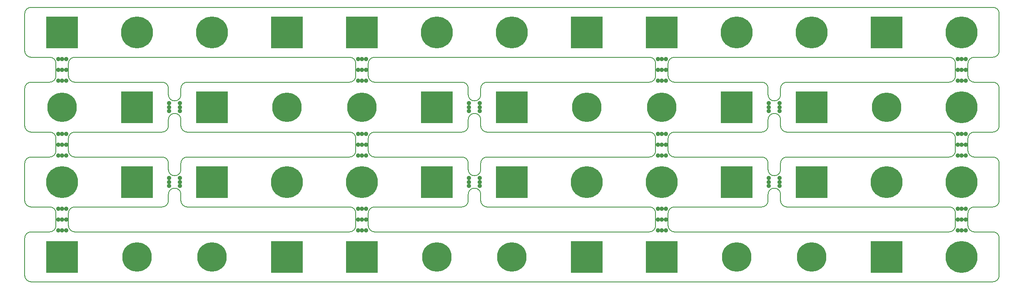
<source format=gts>
G04 #@! TF.FileFunction,Soldermask,Top*
%FSLAX46Y46*%
G04 Gerber Fmt 4.6, Leading zero omitted, Abs format (unit mm)*
G04 Created by KiCad (PCBNEW 4.0.2-4+6225~38~ubuntu15.04.1-stable) date Sat Mar 19 16:11:07 2016*
%MOMM*%
G01*
G04 APERTURE LIST*
%ADD10C,0.101600*%
%ADD11C,0.150000*%
%ADD12C,0.900000*%
%ADD13C,6.496000*%
%ADD14R,6.496000X6.496000*%
%ADD15C,6.000000*%
G04 APERTURE END LIST*
D10*
D11*
X8890000Y29210000D02*
X8890000Y26670000D01*
X10160000Y30480000D02*
G75*
G03X8890000Y29210000I0J-1270000D01*
G01*
X8890000Y26670000D02*
G75*
G03X10160000Y25400000I1270000J0D01*
G01*
X6350000Y29210000D02*
G75*
G03X5080000Y30480000I-1270000J0D01*
G01*
X6350000Y29210000D02*
X6350000Y26670000D01*
X5080000Y25400000D02*
G75*
G03X6350000Y26670000I0J1270000D01*
G01*
X8890000Y13970000D02*
X8890000Y11430000D01*
X10160000Y15240000D02*
G75*
G03X8890000Y13970000I0J-1270000D01*
G01*
X8890000Y11430000D02*
G75*
G03X10160000Y10160000I1270000J0D01*
G01*
X6350000Y13970000D02*
G75*
G03X5080000Y15240000I-1270000J0D01*
G01*
X6350000Y13970000D02*
X6350000Y11430000D01*
X5080000Y10160000D02*
G75*
G03X6350000Y11430000I0J1270000D01*
G01*
X69850000Y13970000D02*
X69850000Y11430000D01*
X71120000Y15240000D02*
G75*
G03X69850000Y13970000I0J-1270000D01*
G01*
X69850000Y11430000D02*
G75*
G03X71120000Y10160000I1270000J0D01*
G01*
X67310000Y13970000D02*
G75*
G03X66040000Y15240000I-1270000J0D01*
G01*
X67310000Y13970000D02*
X67310000Y11430000D01*
X66040000Y10160000D02*
G75*
G03X67310000Y11430000I0J1270000D01*
G01*
X69850000Y29210000D02*
X69850000Y26670000D01*
X71120000Y30480000D02*
G75*
G03X69850000Y29210000I0J-1270000D01*
G01*
X69850000Y26670000D02*
G75*
G03X71120000Y25400000I1270000J0D01*
G01*
X67310000Y29210000D02*
G75*
G03X66040000Y30480000I-1270000J0D01*
G01*
X67310000Y29210000D02*
X67310000Y26670000D01*
X66040000Y25400000D02*
G75*
G03X67310000Y26670000I0J1270000D01*
G01*
X130810000Y29210000D02*
X130810000Y26670000D01*
X132080000Y30480000D02*
G75*
G03X130810000Y29210000I0J-1270000D01*
G01*
X130810000Y26670000D02*
G75*
G03X132080000Y25400000I1270000J0D01*
G01*
X128270000Y29210000D02*
G75*
G03X127000000Y30480000I-1270000J0D01*
G01*
X128270000Y29210000D02*
X128270000Y26670000D01*
X127000000Y25400000D02*
G75*
G03X128270000Y26670000I0J1270000D01*
G01*
X130810000Y13970000D02*
X130810000Y11430000D01*
X132080000Y15240000D02*
G75*
G03X130810000Y13970000I0J-1270000D01*
G01*
X130810000Y11430000D02*
G75*
G03X132080000Y10160000I1270000J0D01*
G01*
X128270000Y13970000D02*
G75*
G03X127000000Y15240000I-1270000J0D01*
G01*
X128270000Y13970000D02*
X128270000Y11430000D01*
X127000000Y10160000D02*
G75*
G03X128270000Y11430000I0J1270000D01*
G01*
X191770000Y13970000D02*
X191770000Y11430000D01*
X193040000Y15240000D02*
G75*
G03X191770000Y13970000I0J-1270000D01*
G01*
X191770000Y11430000D02*
G75*
G03X193040000Y10160000I1270000J0D01*
G01*
X189230000Y13970000D02*
G75*
G03X187960000Y15240000I-1270000J0D01*
G01*
X189230000Y13970000D02*
X189230000Y11430000D01*
X187960000Y10160000D02*
G75*
G03X189230000Y11430000I0J1270000D01*
G01*
X191770000Y29210000D02*
X191770000Y26670000D01*
X193040000Y30480000D02*
G75*
G03X191770000Y29210000I0J-1270000D01*
G01*
X191770000Y26670000D02*
G75*
G03X193040000Y25400000I1270000J0D01*
G01*
X189230000Y29210000D02*
G75*
G03X187960000Y30480000I-1270000J0D01*
G01*
X189230000Y29210000D02*
X189230000Y26670000D01*
X187960000Y25400000D02*
G75*
G03X189230000Y26670000I0J1270000D01*
G01*
X191770000Y41910000D02*
G75*
G03X193040000Y40640000I1270000J0D01*
G01*
X187960000Y40640000D02*
G75*
G03X189230000Y41910000I0J1270000D01*
G01*
X191770000Y44450000D02*
X191770000Y41910000D01*
X189230000Y44450000D02*
X189230000Y41910000D01*
X130810000Y44450000D02*
X130810000Y41910000D01*
X128270000Y41910000D02*
X128270000Y44450000D01*
X130810000Y41910000D02*
G75*
G03X132080000Y40640000I1270000J0D01*
G01*
X127000000Y40640000D02*
G75*
G03X128270000Y41910000I0J1270000D01*
G01*
X69850000Y44450000D02*
X69850000Y41910000D01*
X67310000Y41910000D02*
X67310000Y44450000D01*
X69850000Y41910000D02*
G75*
G03X71120000Y40640000I1270000J0D01*
G01*
X66040000Y40640000D02*
G75*
G03X67310000Y41910000I0J1270000D01*
G01*
X8890000Y44450000D02*
X8890000Y41910000D01*
X6350000Y41910000D02*
X6350000Y44450000D01*
X8890000Y41910000D02*
G75*
G03X10160000Y40640000I1270000J0D01*
G01*
X5080000Y40640000D02*
G75*
G03X6350000Y41910000I0J1270000D01*
G01*
X33020000Y15240000D02*
X66040000Y15240000D01*
X27940000Y15240000D02*
X10160000Y15240000D01*
X88900000Y15240000D02*
X71120000Y15240000D01*
X127000000Y15240000D02*
X93980000Y15240000D01*
X149860000Y15240000D02*
X132080000Y15240000D01*
X187960000Y15240000D02*
X154940000Y15240000D01*
X196850000Y0D02*
G75*
G03X198120000Y1270000I0J1270000D01*
G01*
X0Y1270000D02*
G75*
G03X1270000Y0I1270000J0D01*
G01*
X198120000Y16510000D02*
X198120000Y24130000D01*
X153670000Y17780001D02*
G75*
G03X151130000Y17779999I-1270000J-1D01*
G01*
X149860000Y15240000D02*
G75*
G03X151130000Y16510000I0J1270000D01*
G01*
X151130000Y17780000D02*
X151130000Y16510000D01*
X153670000Y17780000D02*
X153670000Y16510000D01*
X153670000Y16510000D02*
G75*
G03X154940000Y15240000I1270000J0D01*
G01*
X151130000Y22860000D02*
G75*
G03X153670000Y22860000I1270000J0D01*
G01*
X153670000Y24130000D02*
X153670000Y22860000D01*
X151130000Y24130000D02*
X151130000Y22860000D01*
X90170000Y22860000D02*
G75*
G03X92710000Y22860000I1270000J0D01*
G01*
X92710000Y24130000D02*
X92710000Y22860000D01*
X90170000Y24130000D02*
X90170000Y22860000D01*
X88900000Y15240000D02*
G75*
G03X90170000Y16510000I0J1270000D01*
G01*
X92710000Y16510000D02*
G75*
G03X93980000Y15240000I1270000J0D01*
G01*
X92710000Y17780000D02*
X92710000Y16510000D01*
X90170000Y17780000D02*
X90170000Y16510000D01*
X92710000Y17780001D02*
G75*
G03X90170000Y17779999I-1270000J-1D01*
G01*
X27940000Y15240000D02*
G75*
G03X29210000Y16510000I0J1270000D01*
G01*
X29210000Y17780000D02*
X29210000Y16510000D01*
X31750000Y17780000D02*
X31750000Y16510000D01*
X31750000Y16510000D02*
G75*
G03X33020000Y15240000I1270000J0D01*
G01*
X31750000Y17780001D02*
G75*
G03X29210000Y17779999I-1270000J-1D01*
G01*
X29210000Y22860000D02*
G75*
G03X31750000Y22860000I1270000J0D01*
G01*
X31750000Y24130000D02*
X31750000Y22860000D01*
X29210000Y24130000D02*
X29210000Y22860000D01*
X0Y24130000D02*
X0Y16510000D01*
X187960000Y25400000D02*
X154940000Y25400000D01*
X154940000Y30480000D02*
X187960000Y30480000D01*
X154940000Y40640000D02*
X187960000Y40640000D01*
X93980000Y25400000D02*
X127000000Y25400000D01*
X127000000Y30480000D02*
X93980000Y30480000D01*
X93980000Y40640000D02*
X127000000Y40640000D01*
X66040000Y25400000D02*
X33020000Y25400000D01*
X33020000Y30480000D02*
X66040000Y30480000D01*
X33020000Y40640000D02*
X66040000Y40640000D01*
X27940000Y30480000D02*
G75*
G03X29210000Y31750000I0J1270000D01*
G01*
X31750000Y31750000D02*
G75*
G03X33020000Y30480000I1270000J0D01*
G01*
X29210000Y24130000D02*
G75*
G03X27940000Y25400000I-1270000J0D01*
G01*
X33020000Y25400000D02*
G75*
G03X31750000Y24130000I0J-1270000D01*
G01*
X5080000Y25400000D02*
X1270000Y25400000D01*
X1270000Y25400000D02*
G75*
G03X0Y24130000I0J-1270000D01*
G01*
X10160000Y25400000D02*
X27940000Y25400000D01*
X27940000Y30480000D02*
X10160000Y30480000D01*
X0Y31750000D02*
G75*
G03X1270000Y30480000I1270000J0D01*
G01*
X1270000Y30480000D02*
X5080000Y30480000D01*
X93980000Y25400000D02*
G75*
G03X92710000Y24130000I0J-1270000D01*
G01*
X90170000Y24130000D02*
G75*
G03X88900000Y25400000I-1270000J0D01*
G01*
X71120000Y25400000D02*
X88900000Y25400000D01*
X132080000Y25400000D02*
X149860000Y25400000D01*
X149860000Y30480000D02*
X132080000Y30480000D01*
X151130000Y24130000D02*
G75*
G03X149860000Y25400000I-1270000J0D01*
G01*
X154940000Y25400000D02*
G75*
G03X153670000Y24130000I0J-1270000D01*
G01*
X196850000Y30480000D02*
G75*
G03X198120000Y31750000I0J1270000D01*
G01*
X198120000Y24130000D02*
G75*
G03X196850000Y25400000I-1270000J0D01*
G01*
X193040000Y30480000D02*
X196850000Y30480000D01*
X193040000Y25400000D02*
X196850000Y25400000D01*
X88900000Y30480000D02*
X71120000Y30480000D01*
X10160000Y40640000D02*
X27940000Y40640000D01*
X128270000Y44450000D02*
G75*
G03X127000000Y45720000I-1270000J0D01*
G01*
X132080000Y45720000D02*
G75*
G03X130810000Y44450000I0J-1270000D01*
G01*
X153670000Y33020001D02*
G75*
G03X151130000Y33019999I-1270000J-1D01*
G01*
X151130000Y33020000D02*
X151130000Y31750000D01*
X153670000Y33020000D02*
X153670000Y31750000D01*
X153670000Y31750000D02*
G75*
G03X154940000Y30480000I1270000J0D01*
G01*
X149860000Y30480000D02*
G75*
G03X151130000Y31750000I0J1270000D01*
G01*
X151130000Y38100000D02*
G75*
G03X153670000Y38100000I1270000J0D01*
G01*
X154940000Y40640000D02*
G75*
G03X153670000Y39370000I0J-1270000D01*
G01*
X151130000Y39370000D02*
X151130000Y38100000D01*
X153670000Y39370000D02*
X153670000Y38100000D01*
X151130000Y39370000D02*
G75*
G03X149860000Y40640000I-1270000J0D01*
G01*
X92710000Y33020001D02*
G75*
G03X90170000Y33019999I-1270000J-1D01*
G01*
X90170000Y33020000D02*
X90170000Y31750000D01*
X92710000Y33020000D02*
X92710000Y31750000D01*
X92710000Y31750000D02*
G75*
G03X93980000Y30480000I1270000J0D01*
G01*
X88900000Y30480000D02*
G75*
G03X90170000Y31750000I0J1270000D01*
G01*
X90170000Y38100000D02*
G75*
G03X92710000Y38100000I1270000J0D01*
G01*
X93980000Y40640000D02*
G75*
G03X92710000Y39370000I0J-1270000D01*
G01*
X90170000Y39370000D02*
X90170000Y38100000D01*
X92710000Y39370000D02*
X92710000Y38100000D01*
X90170000Y39370000D02*
G75*
G03X88900000Y40640000I-1270000J0D01*
G01*
X31750000Y39370000D02*
X31750000Y38100000D01*
X29210000Y39370000D02*
X29210000Y38100000D01*
X31750000Y33020000D02*
X31750000Y31750000D01*
X29210000Y33020000D02*
X29210000Y31750000D01*
X33020000Y40640000D02*
G75*
G03X31750000Y39370000I0J-1270000D01*
G01*
X29210000Y39370000D02*
G75*
G03X27940000Y40640000I-1270000J0D01*
G01*
X31750000Y33020001D02*
G75*
G03X29210000Y33019999I-1270000J-1D01*
G01*
X29210000Y38100000D02*
G75*
G03X31750000Y38100000I1270000J0D01*
G01*
X5080000Y10160000D02*
X1270000Y10160000D01*
X1270000Y15240000D02*
X5080000Y15240000D01*
X10160000Y45720000D02*
G75*
G03X8890000Y44450000I0J-1270000D01*
G01*
X6350000Y44450000D02*
G75*
G03X5080000Y45720000I-1270000J0D01*
G01*
X5080000Y40640000D02*
X1270000Y40640000D01*
X1270000Y45720000D02*
X5080000Y45720000D01*
X67310000Y44450000D02*
G75*
G03X66040000Y45720000I-1270000J0D01*
G01*
X71120000Y45720000D02*
G75*
G03X69850000Y44450000I0J-1270000D01*
G01*
X189230000Y44450000D02*
G75*
G03X187960000Y45720000I-1270000J0D01*
G01*
X193040000Y45720000D02*
G75*
G03X191770000Y44450000I0J-1270000D01*
G01*
X1270000Y55880000D02*
G75*
G03X0Y54610000I0J-1270000D01*
G01*
X0Y8890000D02*
X0Y1270000D01*
X196850000Y55880000D02*
X1270000Y55880000D01*
X198120000Y8890000D02*
X198120000Y1270000D01*
X198120000Y54610000D02*
G75*
G03X196850000Y55880000I-1270000J0D01*
G01*
X196850000Y15240000D02*
G75*
G03X198120000Y16510000I0J1270000D01*
G01*
X198120000Y54610000D02*
X198120000Y46990000D01*
X196850000Y45720000D02*
G75*
G03X198120000Y46990000I0J1270000D01*
G01*
X198120000Y8890000D02*
G75*
G03X196850000Y10160000I-1270000J0D01*
G01*
X0Y54610000D02*
X0Y46990000D01*
X0Y46990000D02*
G75*
G03X1270000Y45720000I1270000J0D01*
G01*
X0Y16510000D02*
G75*
G03X1270000Y15240000I1270000J0D01*
G01*
X1270000Y10160000D02*
G75*
G03X0Y8890000I0J-1270000D01*
G01*
X193040000Y40640000D02*
X196850000Y40640000D01*
X132080000Y40640000D02*
X149860000Y40640000D01*
X71120000Y40640000D02*
X88900000Y40640000D01*
X193040000Y15240000D02*
X196850000Y15240000D01*
X132080000Y10160000D02*
X187960000Y10160000D01*
X196850000Y0D02*
X1270000Y0D01*
X66040000Y45720000D02*
X10160000Y45720000D01*
X127000000Y45720000D02*
X71120000Y45720000D01*
X187960000Y45720000D02*
X132080000Y45720000D01*
X193040000Y45720000D02*
X196850000Y45720000D01*
X193040000Y10160000D02*
X196850000Y10160000D01*
X71120000Y10160000D02*
X127000000Y10160000D01*
X10160000Y10160000D02*
X66040000Y10160000D01*
X0Y39370000D02*
X0Y31750000D01*
X198120000Y31750000D02*
X198120000Y39370000D01*
X1270000Y40640000D02*
G75*
G03X0Y39370000I0J-1270000D01*
G01*
X198120000Y39370000D02*
G75*
G03X196850000Y40640000I-1270000J0D01*
G01*
D12*
X90340000Y20320000D03*
X92540000Y20320000D03*
X90340000Y21120000D03*
X90340000Y19520000D03*
X92540000Y19520000D03*
X92540000Y21120000D03*
D13*
X68580000Y20320000D03*
D12*
X151300000Y20320000D03*
X153500000Y20320000D03*
X151300000Y21120000D03*
X151300000Y19520000D03*
X153500000Y19520000D03*
X153500000Y21120000D03*
D13*
X175260000Y20320000D03*
X190500000Y20320000D03*
X129540000Y20320000D03*
X114300000Y20320000D03*
X53340000Y20320000D03*
X7620000Y20320000D03*
D12*
X29380000Y20320000D03*
X31580000Y20320000D03*
X29380000Y21120000D03*
X29380000Y19520000D03*
X31580000Y19520000D03*
X31580000Y21120000D03*
X151300000Y35560000D03*
X153500000Y35560000D03*
X151300000Y36360000D03*
X151300000Y34760000D03*
X153500000Y34760000D03*
X153500000Y36360000D03*
X90340000Y35560000D03*
X92540000Y35560000D03*
X90340000Y36360000D03*
X90340000Y34760000D03*
X92540000Y34760000D03*
X92540000Y36360000D03*
X29380000Y35560000D03*
X31580000Y35560000D03*
X29380000Y36360000D03*
X29380000Y34760000D03*
X31580000Y34760000D03*
X31580000Y36360000D03*
D13*
X190500000Y5080000D03*
X22860000Y50800000D03*
X38100000Y50800000D03*
X83820000Y50800000D03*
X99060000Y50800000D03*
X144780000Y50800000D03*
X160020000Y50800000D03*
X190500000Y50800000D03*
X190500000Y35560000D03*
D14*
X7620000Y50800000D03*
X53340000Y50800000D03*
X68580000Y50800000D03*
X114300000Y50800000D03*
X129540000Y50800000D03*
X175260000Y50800000D03*
X22860000Y20320000D03*
X38100000Y20320000D03*
X83820000Y20320000D03*
X99060000Y20320000D03*
X144780000Y20320000D03*
X160020000Y20320000D03*
D15*
X7620000Y35560000D03*
D14*
X22860000Y35560000D03*
X38100000Y35560000D03*
D15*
X53340000Y35560000D03*
X68580000Y35560000D03*
D14*
X83820000Y35560000D03*
X99060000Y35560000D03*
D15*
X114300000Y35560000D03*
X129540000Y35560000D03*
D14*
X144780000Y35560000D03*
X160020000Y35560000D03*
D15*
X175260000Y35560000D03*
D14*
X7620000Y5080000D03*
D15*
X22860000Y5080000D03*
X38100000Y5080000D03*
D14*
X53340000Y5080000D03*
X68580000Y5080000D03*
D15*
X83820000Y5080000D03*
X99060000Y5080000D03*
D14*
X114300000Y5080000D03*
X129540000Y5080000D03*
D15*
X144780000Y5080000D03*
X160020000Y5080000D03*
D14*
X175260000Y5080000D03*
D12*
X7620000Y45380000D03*
X7620000Y40980000D03*
X8420000Y45380000D03*
X6820000Y45380000D03*
X6820000Y40980000D03*
X8420000Y40980000D03*
X7620000Y43180000D03*
X8420000Y43180000D03*
X6820000Y43180000D03*
X68580000Y45380000D03*
X68580000Y40980000D03*
X69380000Y45380000D03*
X67780000Y45380000D03*
X67780000Y40980000D03*
X69380000Y40980000D03*
X68580000Y43180000D03*
X69380000Y43180000D03*
X67780000Y43180000D03*
X129540000Y45380000D03*
X129540000Y40980000D03*
X130340000Y45380000D03*
X128740000Y45380000D03*
X128740000Y40980000D03*
X130340000Y40980000D03*
X129540000Y43180000D03*
X130340000Y43180000D03*
X128740000Y43180000D03*
X190500000Y45380000D03*
X190500000Y40980000D03*
X191300000Y45380000D03*
X189700000Y45380000D03*
X189700000Y40980000D03*
X191300000Y40980000D03*
X190500000Y43180000D03*
X191300000Y43180000D03*
X189700000Y43180000D03*
X7620000Y30140000D03*
X7620000Y25740000D03*
X8420000Y30140000D03*
X6820000Y30140000D03*
X6820000Y25740000D03*
X8420000Y25740000D03*
X7620000Y27940000D03*
X8420000Y27940000D03*
X6820000Y27940000D03*
X68580000Y30140000D03*
X68580000Y25740000D03*
X69380000Y30140000D03*
X67780000Y30140000D03*
X67780000Y25740000D03*
X69380000Y25740000D03*
X68580000Y27940000D03*
X69380000Y27940000D03*
X67780000Y27940000D03*
X129540000Y30140000D03*
X129540000Y25740000D03*
X130340000Y30140000D03*
X128740000Y30140000D03*
X128740000Y25740000D03*
X130340000Y25740000D03*
X129540000Y27940000D03*
X130340000Y27940000D03*
X128740000Y27940000D03*
X190500000Y30140000D03*
X190500000Y25740000D03*
X191300000Y30140000D03*
X189700000Y30140000D03*
X189700000Y25740000D03*
X191300000Y25740000D03*
X190500000Y27940000D03*
X191300000Y27940000D03*
X189700000Y27940000D03*
X7620000Y14900000D03*
X7620000Y10500000D03*
X8420000Y14900000D03*
X6820000Y14900000D03*
X6820000Y10500000D03*
X8420000Y10500000D03*
X7620000Y12700000D03*
X8420000Y12700000D03*
X6820000Y12700000D03*
X68580000Y14900000D03*
X68580000Y10500000D03*
X69380000Y14900000D03*
X67780000Y14900000D03*
X67780000Y10500000D03*
X69380000Y10500000D03*
X68580000Y12700000D03*
X69380000Y12700000D03*
X67780000Y12700000D03*
X129540000Y14900000D03*
X129540000Y10500000D03*
X130340000Y14900000D03*
X128740000Y14900000D03*
X128740000Y10500000D03*
X130340000Y10500000D03*
X129540000Y12700000D03*
X130340000Y12700000D03*
X128740000Y12700000D03*
X190500000Y14900000D03*
X190500000Y10500000D03*
X191300000Y14900000D03*
X189700000Y14900000D03*
X189700000Y10500000D03*
X191300000Y10500000D03*
X190500000Y12700000D03*
X191300000Y12700000D03*
X189700000Y12700000D03*
M02*

</source>
